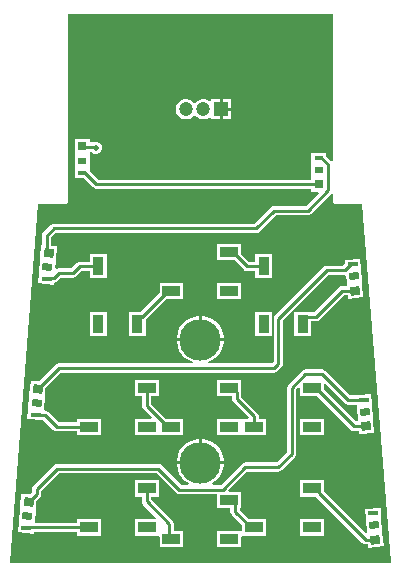
<source format=gbr>
%FSTAX23Y23*%
%MOMM*%
%SFA1B1*%

%IPPOS*%
%AMD15*
4,1,4,-0.421640,0.289560,-0.373380,-0.353060,0.421640,-0.289560,0.373380,0.353060,-0.421640,0.289560,0.0*
%
%AMD16*
4,1,4,-0.411480,0.139700,-0.383540,-0.203200,0.411480,-0.139700,0.383540,0.203200,-0.411480,0.139700,0.0*
%
%AMD17*
4,1,4,-0.421640,0.266700,-0.373380,-0.330200,0.421640,-0.266700,0.373380,0.330200,-0.421640,0.266700,0.0*
%
%AMD18*
4,1,4,-0.426720,0.340360,-0.368300,-0.403860,0.426720,-0.340360,0.368300,0.403860,-0.426720,0.340360,0.0*
%
%AMD19*
4,1,4,0.373380,-0.353060,0.421640,0.289560,-0.373380,0.353060,-0.421640,-0.289560,0.373380,-0.353060,0.0*
%
%AMD20*
4,1,4,0.383540,-0.203200,0.411480,0.139700,-0.383540,0.203200,-0.411480,-0.139700,0.383540,-0.203200,0.0*
%
%AMD21*
4,1,4,0.373380,-0.330200,0.421640,0.266700,-0.373380,0.330200,-0.421640,-0.266700,0.373380,-0.330200,0.0*
%
%AMD22*
4,1,4,0.368300,-0.403860,0.426720,0.340360,-0.368300,0.403860,-0.426720,-0.340360,0.368300,-0.403860,0.0*
%
%ADD10R,1.499997X0.899998*%
%ADD11R,0.799998X0.649999*%
%ADD12R,0.799998X0.349999*%
%ADD13R,0.799998X0.599999*%
%ADD14R,0.799998X0.749999*%
G04~CAMADD=15~9~0.0~0.0~255.9~315.0~0.0~0.0~0~0.0~0.0~0.0~0.0~0~0.0~0.0~0.0~0.0~0~0.0~0.0~0.0~94.5~332.0~277.0*
%ADD15D15*%
G04~CAMADD=16~9~0.0~0.0~137.8~315.0~0.0~0.0~0~0.0~0.0~0.0~0.0~0~0.0~0.0~0.0~0.0~0~0.0~0.0~0.0~94.5~324.0~159.0*
%ADD16D16*%
G04~CAMADD=17~9~0.0~0.0~236.2~315.0~0.0~0.0~0~0.0~0.0~0.0~0.0~0~0.0~0.0~0.0~0.0~0~0.0~0.0~0.0~94.5~332.0~259.0*
%ADD17D17*%
G04~CAMADD=18~9~0.0~0.0~295.3~315.0~0.0~0.0~0~0.0~0.0~0.0~0.0~0~0.0~0.0~0.0~0.0~0~0.0~0.0~0.0~94.5~336.0~317.0*
%ADD18D18*%
G04~CAMADD=19~9~0.0~0.0~255.9~315.0~0.0~0.0~0~0.0~0.0~0.0~0.0~0~0.0~0.0~0.0~0.0~0~0.0~0.0~0.0~265.5~332.0~277.0*
%ADD19D19*%
G04~CAMADD=20~9~0.0~0.0~137.8~315.0~0.0~0.0~0~0.0~0.0~0.0~0.0~0~0.0~0.0~0.0~0.0~0~0.0~0.0~0.0~265.5~324.0~159.0*
%ADD20D20*%
G04~CAMADD=21~9~0.0~0.0~236.2~315.0~0.0~0.0~0~0.0~0.0~0.0~0.0~0~0.0~0.0~0.0~0.0~0~0.0~0.0~0.0~265.5~332.0~259.0*
%ADD21D21*%
G04~CAMADD=22~9~0.0~0.0~295.3~315.0~0.0~0.0~0~0.0~0.0~0.0~0.0~0~0.0~0.0~0.0~0.0~0~0.0~0.0~0.0~265.5~336.0~317.0*
%ADD22D22*%
%ADD23R,0.899998X1.499997*%
%ADD24C,0.253999*%
%ADD25R,1.199998X1.199998*%
%ADD26C,1.199998*%
%ADD27C,3.499993*%
%ADD28C,0.499999*%
%LNledpcbv2_copper_signal_top-1*%
%LPD*%
G36*
X11194Y15115D02*
X11067Y15076D01*
X11055Y15093*
X10653Y15495*
Y15803*
X09345*
Y1503*
Y14945*
Y14903*
Y13796*
Y13778*
Y13538*
X-08639*
X-09345Y14245*
Y14553*
Y1468*
Y15593*
Y15703*
Y15872*
X-09218Y15894*
X-09148Y15824*
X-08963Y15748*
X-08763*
X-08577Y15824*
X-08435Y15966*
X-08359Y16151*
Y16352*
X-08435Y16537*
X-08577Y16679*
X-08763Y16755*
X-08963*
X-09128Y16687*
X-09345*
Y16978*
X-10653*
Y1583*
Y1572*
Y15593*
Y1468*
Y14595*
Y14468*
Y13695*
X-09895*
X-09074Y12875*
X-08948Y12791*
X-08799Y12761*
X09345*
Y1252*
X09969*
X10018Y12403*
X08924Y1131*
X06261*
X06113Y1128*
X05987Y11196*
X04581Y09791*
X-12412*
X-12561Y09761*
X-12687Y09677*
X-13289Y09075*
X-13373Y08949*
X-13403Y088*
Y08066*
X-13456Y08016*
X-13546Y06872*
X-13555Y06762*
X-13565Y06636*
X-13636Y05726*
X-13646Y05599*
X-13714Y04744*
X-1241Y04641*
X-12396Y0481*
X-12396*
X-12248Y0484*
X-12122Y04924*
X-118Y05245*
X-10771*
X-10622Y05275*
X-10496Y05359*
X-10044Y05811*
X-09353*
Y05195*
X-07945*
Y07203*
X-09353*
Y06588*
X-10205*
X-10354Y06558*
X-1048Y06474*
X-10932Y06022*
X-11961*
X-1211Y05993*
X-1218Y05946*
X-12301Y06017*
X-12261Y06533*
X-12252Y06643*
X-12242Y06769*
X-12152Y07914*
X-12626Y07951*
Y08639*
X-12251Y09014*
X04742*
X04891Y09043*
X05017Y09128*
X06422Y10533*
X09085*
X09234Y10563*
X0936Y10647*
X11055Y12342*
X11067Y12359*
X11194Y12321*
Y11749*
X11217Y11632*
X11283Y11533*
X11382Y11467*
X115Y11444*
X13717*
X1616Y-1885*
X16074Y-18944*
X-16074*
X-1616Y-1885*
X-13717Y11444*
X-115*
X-11382Y11467*
X-11283Y11533*
X-11217Y11632*
X-11194Y11749*
Y27586*
X11194*
Y15115*
G37*
%LNledpcbv2_copper_signal_top-2*%
%LPC*%
G36*
X01626Y20353D02*
X00899D01*
Y20227*
X0084Y20202*
X00772Y20186*
X00583Y20295*
X00366Y20353*
X00141*
X-00075Y20295*
X-0027Y20183*
X-0042Y20032*
X-00456Y20018*
X-00535*
X-00571Y20032*
X-00721Y20183*
X-00916Y20295*
X-01133Y20353*
X-01358*
X-01575Y20295*
X-0177Y20183*
X-01929Y20024*
X-02041Y19829*
X-02099Y19612*
Y19387*
X-02041Y1917*
X-01929Y18975*
X-0177Y18816*
X-01575Y18704*
X-01358Y18645*
X-01133*
X-00916Y18704*
X-00721Y18816*
X-00571Y18967*
X-00535Y18981*
X-00456*
X-0042Y18967*
X-0027Y18816*
X-00075Y18704*
X00141Y18645*
X00366*
X00583Y18704*
X00772Y18813*
X0084Y18796*
X00899Y18772*
Y18645*
X01626*
Y19499*
Y20353*
G37*
G36*
X02607D02*
X0188D01*
Y19626*
X02607*
Y20353*
G37*
G36*
Y19372D02*
X0188D01*
Y18645*
X02607*
Y19372*
G37*
G36*
X03453Y08103D02*
X01445D01*
Y06695*
X02904*
X03675Y05925*
X03801Y05841*
X03949Y05811*
X04645*
Y05195*
X06053*
Y07203*
X04645*
Y06588*
X0411*
X03453Y07245*
Y08103*
G37*
G36*
X13548Y06845D02*
X12244Y06742D01*
X12267Y06459*
X12049Y06241*
X10678*
X1053Y06211*
X10404Y06127*
X06329Y02052*
X06245Y01926*
X06215Y01778*
Y-01871*
X06062Y-02024*
X0068*
X00655Y-01897*
X00949Y-01775*
X01277Y-01556*
X01556Y-01277*
X01775Y-00949*
X01926Y-00584*
X02003Y-00197*
Y-00127*
X-02003*
Y-00197*
X-01926Y-00584*
X-01775Y-00949*
X-01556Y-01277*
X-01277Y-01556*
X-00949Y-01775*
X-00655Y-01897*
X-0068Y-02024*
X-12015*
X-12164Y-02054*
X-1229Y-02138*
X-13683Y-03531*
X-14383Y-03476*
X-14473Y-0462*
X-14482Y-0473*
X-14492Y-04857*
X-14563Y-05767*
X-14573Y-05894*
X-1458Y-05978*
X-14641Y-06749*
X-13337Y-06852*
X-13224Y-06897*
X-12447Y-07674*
X-12321Y-07758*
X-12172Y-07788*
X-10453*
Y-08103*
X-08445*
Y-06695*
X-10453*
Y-07011*
X-12011*
X-12924Y-06098*
X-1305Y-06014*
X-13154Y-05993*
X-13203Y-05976*
X-13258Y-05857*
X-13188Y-04959*
X-13179Y-0485*
X-13169Y-04723*
X-13117Y-04064*
X-11855Y-02801*
X06223*
X06371Y-02771*
X06497Y-02687*
X06878Y-02306*
X06962Y-0218*
X06992Y-02032*
Y01617*
X10839Y05464*
X12209*
X12249Y05472*
X1235Y05395*
X12393Y0485*
X12402Y04741*
X12411Y0463*
X12324Y04536*
X12001*
X11852Y04507*
X11726Y04423*
X09614Y02311*
X08972*
X08935Y02303*
X07945*
Y00295*
X09353*
Y01534*
X09775*
X09924Y01564*
X1005Y01648*
X12162Y03759*
X12479*
X12502Y0347*
X13806Y03572*
X13716Y04717*
X13706Y04843*
X13697Y04953*
X13619Y05948*
X13616Y0599*
X13609Y06074*
X13548Y06845*
G37*
G36*
X03453Y04803D02*
X01445D01*
Y03395*
X03453*
Y04803*
G37*
G36*
X06053Y02303D02*
X04645D01*
Y00295*
X06053*
Y02303*
G37*
G36*
X-01445Y04803D02*
X-03453D01*
Y03945*
X-05095Y02303*
X-06053*
Y00295*
X-04645*
Y01654*
X-02904Y03395*
X-01445*
Y04803*
G37*
G36*
X-07945Y02303D02*
X-09353D01*
Y00295*
X-07945*
Y02303*
G37*
G36*
X00197Y02003D02*
X00127D01*
Y00127*
X02003*
Y00197*
X01926Y00584*
X01775Y00949*
X01556Y01277*
X01277Y01556*
X00949Y01775*
X00584Y01926*
X00197Y02003*
G37*
G36*
X-00127D02*
X-00197D01*
X-00584Y01926*
X-00949Y01775*
X-01277Y01556*
X-01556Y01277*
X-01775Y00949*
X-01926Y00584*
X-02003Y00197*
Y00127*
X-00127*
Y02003*
G37*
G36*
X03453Y-03395D02*
X01445D01*
Y-04803*
X02684*
Y-05011*
X02714Y-0516*
X02798Y-05286*
X04081Y-06568*
X04028Y-06695*
X0358*
X03545*
X03453*
X03418*
X01445*
Y-08103*
X03418*
X03453*
X03545*
X0358*
X05553*
Y-06695*
X04938*
Y-06488*
X04908Y-06339*
X04824Y-06213*
X03461Y-0485*
Y-04422*
X03453Y-04385*
Y-03395*
G37*
G36*
X10287Y-02532D02*
X0889D01*
X08741Y-02562*
X08615Y-02646*
X07472Y-03789*
X07388Y-03915*
X07358Y-04064*
Y-09491*
X06443Y-10406*
X0381*
X03661Y-10436*
X03535Y-1052*
X01744Y-12311*
X0103*
X00956Y-12191*
X00957Y-12184*
X01277Y-1197*
X01556Y-11691*
X01775Y-11363*
X01926Y-10998*
X02003Y-10611*
Y-10541*
X-02003*
Y-10611*
X-01926Y-10998*
X-01775Y-11363*
X-01556Y-11691*
X-01277Y-1197*
X-00957Y-12184*
X-00956Y-12191*
X-0103Y-12311*
X-01617*
X-03281Y-10647*
X-03407Y-10563*
X-03556Y-10533*
X-12141*
X-1229Y-10563*
X-12416Y-10647*
X-14149Y-1238*
X-14233Y-12506*
X-14262Y-12654*
Y-12925*
X-14457Y-1312*
X-15156Y-13065*
X-15246Y-14209*
X-15255Y-14319*
X-15265Y-14445*
X-15337Y-15355*
X-15347Y-15482*
X-15414Y-16337*
X-1411Y-1644*
X-14098Y-16288*
X-10453*
Y-16603*
X-08445*
Y-15195*
X-10453*
Y-15511*
X-13943*
X-14029Y-15418*
X-13961Y-14548*
X-13952Y-14438*
X-13942Y-14312*
X-1389Y-13652*
X-13599Y-13361*
X-13515Y-13235*
X-13485Y-13086*
Y-12815*
X-1198Y-1131*
X-03716*
X-02052Y-12974*
X-01926Y-13058*
X-01778Y-13088*
X01445*
Y-14303*
X02525*
Y-14563*
X02554Y-14712*
X02638Y-14838*
X03545Y-15745*
Y-16111*
X03453Y-16195*
X03418*
X01445*
Y-17603*
X03453*
Y-16688*
X03545Y-16603*
X0358*
X05553*
Y-15195*
X04095*
X0333Y-1443*
X0337Y-14303*
X03453*
Y-12895*
X02424*
X02375Y-12778*
X0397Y-11183*
X06604*
X06752Y-11153*
X06878Y-11069*
X08021Y-09926*
X08105Y-098*
X08135Y-09652*
Y-04225*
X08328Y-04031*
X08445Y-0408*
Y-04803*
X09904*
X12722Y-07621*
X12848Y-07705*
X12997Y-07735*
X13406*
X13429Y-08023*
X14733Y-0792*
X14643Y-06776*
X14633Y-06649*
X14624Y-0654*
X14552Y-05629*
X14546Y-05545*
X14536Y-05418*
X14475Y-04647*
X13325Y-04738*
X12653*
X10561Y-02646*
X10435Y-02562*
X10287Y-02532*
G37*
G36*
X10453Y-06695D02*
X08445D01*
Y-08103*
X10453*
Y-06695*
G37*
G36*
X-03545Y-03395D02*
X-05553D01*
Y-04803*
X-04938*
Y-05599*
X-04908Y-05748*
X-04824Y-05874*
X-0412Y-06578*
X-04169Y-06695*
X-05553*
Y-08103*
X-03545*
X-03453*
X-03418*
X-01445*
Y-06695*
X-02904*
X-04161Y-05439*
Y-04803*
X-03545*
Y-03395*
G37*
G36*
X00197Y-08409D02*
X00127D01*
Y-10287*
X02003*
Y-10216*
X01926Y-09829*
X01775Y-09464*
X01556Y-09136*
X01277Y-08857*
X00949Y-08638*
X00584Y-08487*
X00197Y-08409*
G37*
G36*
X-00127D02*
X-00197D01*
X-00584Y-08487*
X-00949Y-08638*
X-01277Y-08857*
X-01556Y-09136*
X-01775Y-09464*
X-01926Y-09829*
X-02003Y-10216*
Y-10287*
X-00127*
Y-08409*
G37*
G36*
X10453Y-15195D02*
X08445D01*
Y-16603*
X10453*
Y-15195*
G37*
G36*
X-03545Y-11895D02*
X-05553D01*
Y-13303*
X-04938*
Y-13711*
X-04908Y-1386*
X-04824Y-13986*
X-03732Y-15078*
X-0378Y-15195*
X-05553*
Y-16603*
X-03545*
X-03453Y-16688*
Y-17603*
X-01445*
Y-16195*
X-02278*
Y-15594*
X-02308Y-15445*
X-02392Y-15319*
X-04161Y-1355*
Y-13303*
X-03545*
Y-11895*
G37*
G36*
X10453D02*
X08445D01*
Y-13303*
X09817*
X13721Y-17208*
X13847Y-17292*
X13996Y-17322*
X14179*
X14202Y-17611*
X15506Y-17509*
X15416Y-16364*
X15406Y-16238*
X15397Y-16128*
X15326Y-15218*
X15319Y-15133*
X15309Y-15007*
X15248Y-14236*
X13945Y-14339*
X14005Y-15109*
X14012Y-15194*
X14022Y-15321*
X14099Y-16308*
X13989Y-16377*
X10453Y-12842*
Y-11895*
G37*
%LNledpcbv2_copper_signal_top-3*%
%LPD*%
G36*
X12218Y-05401D02*
X12344Y-05485D01*
X12492Y-05515*
X13231*
X13239Y-05605*
X13249Y-05732*
X13335Y-06831*
X13241Y-06934*
X13135Y-06935*
X10453Y-04254*
Y-03803*
X10571Y-03754*
X12218Y-05401*
G37*
G54D10*
X-04549Y-07399D03*
Y-04099D03*
X-09449D03*
Y-07399D03*
X-04549Y-15899D03*
Y-12599D03*
X-09449D03*
Y-15899D03*
X09449D03*
Y-12599D03*
X04549D03*
Y-15899D03*
X02449Y-16899D03*
Y-13599D03*
X-02449D03*
Y-16899D03*
X02449Y-07399D03*
Y-04099D03*
X-02449D03*
Y-07399D03*
X09449D03*
Y-04099D03*
X04549D03*
Y-07399D03*
X02449Y04099D03*
Y07399D03*
X-02449D03*
Y04099D03*
G54D11*
X09999Y16424D03*
X-09999Y13074D03*
G54D12*
X09999Y15374D03*
X-09999Y14124D03*
G54D13*
X09999Y14349D03*
X-09999Y15149D03*
G54D14*
X09999Y13149D03*
X-09999Y16349D03*
G54D15*
X12848Y07413D03*
X14548Y-13668D03*
X13774Y-0408D03*
G54D16*
X1293Y06366D03*
X1463Y-14715D03*
X13857Y-05126D03*
G54D17*
X1301Y05344D03*
X14711Y-15737D03*
X13937Y-06148D03*
G54D18*
X13105Y04148D03*
X14805Y-16933D03*
X14031Y-07345D03*
G54D19*
X-1311Y04073D03*
X-14811Y-17008D03*
X-14037Y-07419D03*
G54D20*
X-13028Y0512D03*
X-14728Y-15961D03*
X-13955Y-06373D03*
G54D21*
X-12948Y06142D03*
X-14648Y-14939D03*
X-13875Y-05351D03*
G54D22*
X-12853Y07338D03*
X-14554Y-13743D03*
X-1378Y-04154D03*
G54D23*
X-08649Y01299D03*
X-05349D03*
Y06199D03*
X-08649D03*
X05349Y01299D03*
X08649D03*
Y06199D03*
X05349D03*
G54D24*
X-03556Y-10922D02*
X-01778Y-127D01*
X01905D02*
X0381Y-10795D01*
X-01778Y-127D02*
X01905D01*
X-12141Y-10922D02*
X-03556D01*
X07747Y-09652D02*
Y-04064D01*
X06604Y-10795D02*
X07747Y-09652D01*
X0381Y-10795D02*
X06604D01*
X07747Y-04064D02*
X0889Y-02921D01*
X10287*
X12492Y-05126D02*
X13857D01*
X10287Y-02921D02*
X12492Y-05126D01*
X-05026Y01922D02*
X-04926D01*
X-05349Y01599D02*
X-05026Y01922D01*
X-05349Y01299D02*
Y01599D01*
X-02749Y04099D02*
X-02449D01*
X-04926Y01922D02*
X-02749Y04099D01*
X02749Y07399D02*
X03949Y06199D01*
X02449Y07399D02*
X02749D01*
X03949Y06199D02*
X05349D01*
X06604Y01778D02*
X10678Y05852D01*
X12209*
X12723Y06366*
X09775Y01922D02*
X12001Y04148D01*
X13105*
X06604Y-02032D02*
Y01778D01*
X06223Y-02413D02*
X06604Y-02032D01*
X02913Y-14563D02*
X04249Y-15899D01*
X0259Y-13599D02*
X02913Y-13922D01*
Y-14563D02*
Y-13922D01*
X02449Y-13599D02*
X0259D01*
X10072Y-1301D02*
X13996Y-16933D01*
X14805*
X10072Y-1301D02*
Y-12922D01*
X09749Y-12599D02*
X10072Y-12922D01*
X09449Y-12599D02*
X09749D01*
X-12015Y-02413D02*
X06223D01*
X-13757Y-04154D02*
X-12015Y-02413D01*
X06261Y10922D02*
X09085D01*
X1078Y12617*
Y14818*
X10224Y15374D02*
X1078Y14818D01*
X09999Y15374D02*
X10224D01*
X-12412Y09402D02*
X04742D01*
X06261Y10922*
X-09774Y14124D02*
X-08799Y13149D01*
X-09999Y14124D02*
X-09774D01*
X-08799Y13149D02*
X09999D01*
X-09999Y16349D02*
X-09949Y16299D01*
X-0891*
X-08863Y16251*
X-10205Y06199D02*
X-08649D01*
X-12396Y05199D02*
X-11961Y05634D01*
X-10771*
X-10205Y06199*
X-13014Y088D02*
X-12412Y09402D01*
X-13014Y07499D02*
Y088D01*
Y07499D02*
X-12853Y07338D01*
X-13028Y0512D02*
X-12949Y05199D01*
X-12396*
X12723Y06366D02*
X1293D01*
X08649Y01599D02*
X08972Y01922D01*
X09775*
X08649Y01299D02*
Y01599D01*
X09449Y-04099D02*
X09749D01*
X14029Y-07347D02*
X14031Y-07345D01*
X12997Y-07347D02*
X14029D01*
X09749Y-04099D02*
X12997Y-07347D01*
X-1378Y-04154D02*
X-13757D01*
X-13199Y-06373D02*
X-12172Y-07399D01*
X-09449*
X-13955Y-06373D02*
X-13199D01*
X-14531Y-13743D02*
X-13874Y-13086D01*
X-14554Y-13743D02*
X-14531D01*
X-13874Y-13086D02*
Y-12654D01*
X-14728Y-15961D02*
X-14667Y-15899D01*
X-13874Y-12654D02*
X-12141Y-10922D01*
X-14667Y-15899D02*
X-09449D01*
X04249D02*
X04549D01*
X-02667Y-16682D02*
X-02449Y-16899D01*
X-02667Y-16682D02*
Y-15594D01*
X-04549Y-13711D02*
X-02667Y-15594D01*
X-04549Y-13711D02*
Y-12599D01*
X03072Y-05011D02*
Y-04422D01*
Y-05011D02*
X04549Y-06488D01*
X02449Y-04099D02*
X02749D01*
X03072Y-04422*
X04549Y-07399D02*
Y-06488D01*
X-04549Y-05599D02*
Y-04099D01*
Y-05599D02*
X-02749Y-07399D01*
X-02449*
G54D25*
X01753Y19499D03*
G54D26*
X00254Y19499D03*
X-01245D03*
G54D27*
X0Y0D03*
Y-10414D03*
G54D28*
X-09999Y15149D03*
X09999Y14349D03*
X02449Y04099D03*
X14711Y-15737D03*
X13937Y-06148D03*
X1301Y05344D03*
X-13875Y-05351D03*
X-12948Y06142D03*
X-08649Y01299D03*
X05349D03*
X09449Y-07399D03*
X02449D03*
X-04549D03*
X-14648Y-14939D03*
X-04549Y-15899D03*
X02449Y-16899D03*
X09449Y-15899D03*
X-08863Y16251D03*
M02*
</source>
